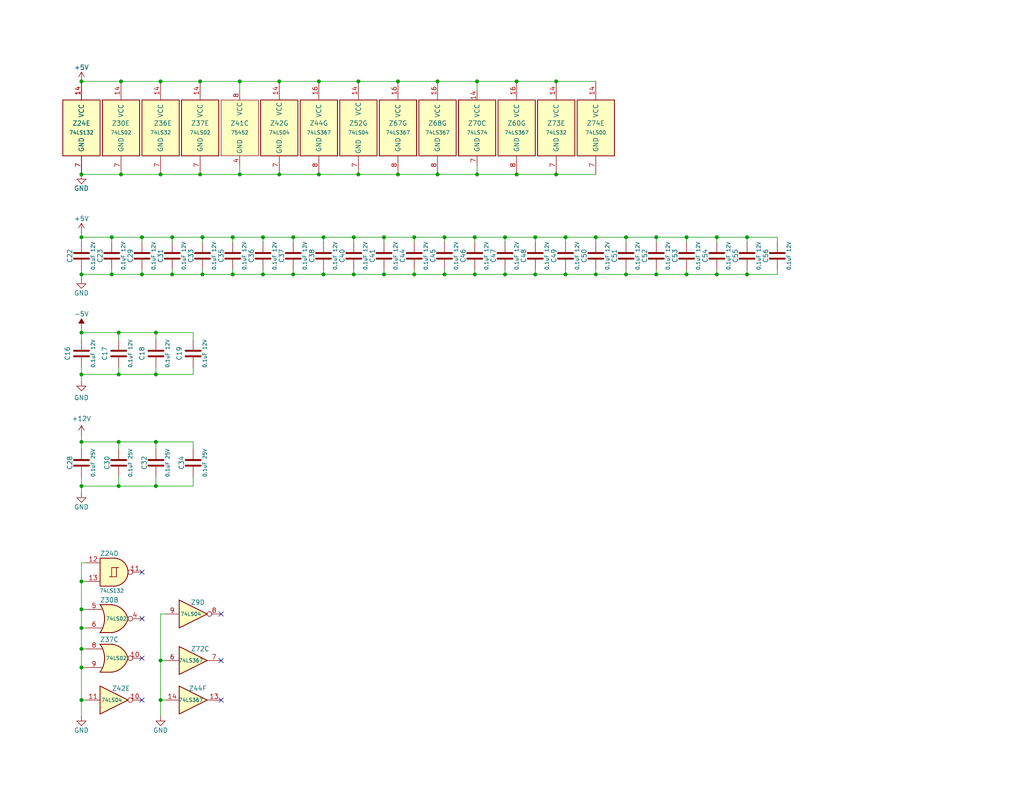
<source format=kicad_sch>
(kicad_sch (version 20231120) (generator "eeschema") (generator_version "8.0")
  (paper "USLetter")
  (title_block (title "TRS-80 Model I Rev D") (date "2024-11-20") (rev "E1A-D") (company "RetroStack - Marcel Erz") (comment 2 "Main Units, Capacitors, and unused units") (comment 4 "Capacitors & Others"))
  (lib_symbols
    (symbol "74xx:74LS00" (pin_names (offset 1.016))
      (property "Reference" "U" (at 0 1.27 0))
      (property "Value" "74LS00" (at 0 -1.27 0))
      (symbol "74LS00_1_1"
        (pin input line (at -7.62 2.54 0) (length 3.81) (name "~") (number "1"))
        (pin input line (at -7.62 -2.54 0) (length 3.81) (name "~") (number "2"))
        (pin output inverted (at 7.62 0 180) (length 3.81) (name "~") (number "3"))
      )
      (symbol "74LS00_1_2"
        (pin input inverted (at -7.62 2.54 0) (length 4.318) (name "~") (number "1"))
        (pin input inverted (at -7.62 -2.54 0) (length 4.318) (name "~") (number "2"))
        (pin output line (at 7.62 0 180) (length 3.81) (name "~") (number "3"))
      )
      (symbol "74LS00_2_1"
        (pin input line (at -7.62 2.54 0) (length 3.81) (name "~") (number "4"))
        (pin input line (at -7.62 -2.54 0) (length 3.81) (name "~") (number "5"))
        (pin output inverted (at 7.62 0 180) (length 3.81) (name "~") (number "6"))
      )
      (symbol "74LS00_2_2"
        (pin input inverted (at -7.62 2.54 0) (length 4.318) (name "~") (number "4"))
        (pin input inverted (at -7.62 -2.54 0) (length 4.318) (name "~") (number "5"))
        (pin output line (at 7.62 0 180) (length 3.81) (name "~") (number "6"))
      )
      (symbol "74LS00_3_1"
        (pin input line (at -7.62 -2.54 0) (length 3.81) (name "~") (number "10"))
        (pin output inverted (at 7.62 0 180) (length 3.81) (name "~") (number "8"))
        (pin input line (at -7.62 2.54 0) (length 3.81) (name "~") (number "9"))
      )
      (symbol "74LS00_3_2"
        (pin input inverted (at -7.62 -2.54 0) (length 4.318) (name "~") (number "10"))
        (pin output line (at 7.62 0 180) (length 3.81) (name "~") (number "8"))
        (pin input inverted (at -7.62 2.54 0) (length 4.318) (name "~") (number "9"))
      )
      (symbol "74LS00_4_1"
        (pin output inverted (at 7.62 0 180) (length 3.81) (name "~") (number "11"))
        (pin input line (at -7.62 2.54 0) (length 3.81) (name "~") (number "12"))
        (pin input line (at -7.62 -2.54 0) (length 3.81) (name "~") (number "13"))
      )
      (symbol "74LS00_4_2"
        (pin output line (at 7.62 0 180) (length 3.81) (name "~") (number "11"))
        (pin input inverted (at -7.62 2.54 0) (length 4.318) (name "~") (number "12"))
        (pin input inverted (at -7.62 -2.54 0) (length 4.318) (name "~") (number "13"))
      )
      (symbol "74LS00_5_0"
        (pin power_in line (at 0 12.7 270) (length 5.08) (name "VCC") (number "14"))
        (pin power_in line (at 0 -12.7 90) (length 5.08) (name "GND") (number "7"))
      )
    )
    (symbol "74xx:74LS02" (pin_names (offset 1.016))
      (property "Reference" "U" (at 0 1.27 0))
      (property "Value" "74LS02" (at 0 -1.27 0))
      (symbol "74LS02_1_1"
        (pin output inverted (at 7.62 0 180) (length 3.81) (name "~") (number "1"))
        (pin input line (at -7.62 2.54 0) (length 4.318) (name "~") (number "2"))
        (pin input line (at -7.62 -2.54 0) (length 4.318) (name "~") (number "3"))
      )
      (symbol "74LS02_1_2"
        (pin output line (at 7.62 0 180) (length 3.81) (name "~") (number "1"))
        (pin input inverted (at -7.62 2.54 0) (length 3.81) (name "~") (number "2"))
        (pin input inverted (at -7.62 -2.54 0) (length 3.81) (name "~") (number "3"))
      )
      (symbol "74LS02_2_1"
        (pin output inverted (at 7.62 0 180) (length 3.81) (name "~") (number "4"))
        (pin input line (at -7.62 2.54 0) (length 4.318) (name "~") (number "5"))
        (pin input line (at -7.62 -2.54 0) (length 4.318) (name "~") (number "6"))
      )
      (symbol "74LS02_2_2"
        (pin output line (at 7.62 0 180) (length 3.81) (name "~") (number "4"))
        (pin input inverted (at -7.62 2.54 0) (length 3.81) (name "~") (number "5"))
        (pin input inverted (at -7.62 -2.54 0) (length 3.81) (name "~") (number "6"))
      )
      (symbol "74LS02_3_1"
        (pin output inverted (at 7.62 0 180) (length 3.81) (name "~") (number "10"))
        (pin input line (at -7.62 2.54 0) (length 4.318) (name "~") (number "8"))
        (pin input line (at -7.62 -2.54 0) (length 4.318) (name "~") (number "9"))
      )
      (symbol "74LS02_3_2"
        (pin output line (at 7.62 0 180) (length 3.81) (name "~") (number "10"))
        (pin input inverted (at -7.62 2.54 0) (length 3.81) (name "~") (number "8"))
        (pin input inverted (at -7.62 -2.54 0) (length 3.81) (name "~") (number "9"))
      )
      (symbol "74LS02_4_1"
        (pin input line (at -7.62 2.54 0) (length 4.318) (name "~") (number "11"))
        (pin input line (at -7.62 -2.54 0) (length 4.318) (name "~") (number "12"))
        (pin output inverted (at 7.62 0 180) (length 3.81) (name "~") (number "13"))
      )
      (symbol "74LS02_4_2"
        (pin input inverted (at -7.62 2.54 0) (length 3.81) (name "~") (number "11"))
        (pin input inverted (at -7.62 -2.54 0) (length 3.81) (name "~") (number "12"))
        (pin output line (at 7.62 0 180) (length 3.81) (name "~") (number "13"))
      )
      (symbol "74LS02_5_0"
        (pin power_in line (at 0 12.7 270) (length 5.08) (name "VCC") (number "14"))
        (pin power_in line (at 0 -12.7 90) (length 5.08) (name "GND") (number "7"))
      )
    )
    (symbol "74xx:74LS04"
      (property "Reference" "U" (at 0 1.27 0))
      (property "Value" "74LS04" (at 0 -1.27 0))
      (symbol "74LS04_1_0"
        (pin input line (at -7.62 0 0) (length 3.81) (name "~") (number "1"))
        (pin output inverted (at 7.62 0 180) (length 3.81) (name "~") (number "2"))
      )
      (symbol "74LS04_2_0"
        (pin input line (at -7.62 0 0) (length 3.81) (name "~") (number "3"))
        (pin output inverted (at 7.62 0 180) (length 3.81) (name "~") (number "4"))
      )
      (symbol "74LS04_3_0"
        (pin input line (at -7.62 0 0) (length 3.81) (name "~") (number "5"))
        (pin output inverted (at 7.62 0 180) (length 3.81) (name "~") (number "6"))
      )
      (symbol "74LS04_4_0"
        (pin output inverted (at 7.62 0 180) (length 3.81) (name "~") (number "8"))
        (pin input line (at -7.62 0 0) (length 3.81) (name "~") (number "9"))
      )
      (symbol "74LS04_5_0"
        (pin output inverted (at 7.62 0 180) (length 3.81) (name "~") (number "10"))
        (pin input line (at -7.62 0 0) (length 3.81) (name "~") (number "11"))
      )
      (symbol "74LS04_6_0"
        (pin output inverted (at 7.62 0 180) (length 3.81) (name "~") (number "12"))
        (pin input line (at -7.62 0 0) (length 3.81) (name "~") (number "13"))
      )
      (symbol "74LS04_7_0"
        (pin power_in line (at 0 12.7 270) (length 5.08) (name "VCC") (number "14"))
        (pin power_in line (at 0 -12.7 90) (length 5.08) (name "GND") (number "7"))
      )
    )
    (symbol "74xx:74LS132" (pin_names (offset 1.016))
      (property "Reference" "U" (at 0 1.27 0))
      (property "Value" "74LS132" (at 0 -1.27 0))
      (symbol "74LS132_1_1"
        (pin input line (at -7.62 2.54 0) (length 3.81) (name "~") (number "1"))
        (pin input line (at -7.62 -2.54 0) (length 3.81) (name "~") (number "2"))
        (pin output inverted (at 7.62 0 180) (length 3.81) (name "~") (number "3"))
      )
      (symbol "74LS132_1_2"
        (pin input inverted (at -7.62 2.54 0) (length 4.318) (name "~") (number "1"))
        (pin input inverted (at -7.62 -2.54 0) (length 4.318) (name "~") (number "2"))
        (pin output line (at 7.62 0 180) (length 3.81) (name "~") (number "3"))
      )
      (symbol "74LS132_2_1"
        (pin input line (at -7.62 2.54 0) (length 3.81) (name "~") (number "4"))
        (pin input line (at -7.62 -2.54 0) (length 3.81) (name "~") (number "5"))
        (pin output inverted (at 7.62 0 180) (length 3.81) (name "~") (number "6"))
      )
      (symbol "74LS132_2_2"
        (pin input inverted (at -7.62 2.54 0) (length 4.318) (name "~") (number "4"))
        (pin input inverted (at -7.62 -2.54 0) (length 4.318) (name "~") (number "5"))
        (pin output line (at 7.62 0 180) (length 3.81) (name "~") (number "6"))
      )
      (symbol "74LS132_3_1"
        (pin input line (at -7.62 -2.54 0) (length 3.81) (name "~") (number "10"))
        (pin output inverted (at 7.62 0 180) (length 3.81) (name "~") (number "8"))
        (pin input line (at -7.62 2.54 0) (length 3.81) (name "~") (number "9"))
      )
      (symbol "74LS132_3_2"
        (pin input inverted (at -7.62 -2.54 0) (length 4.318) (name "~") (number "10"))
        (pin output line (at 7.62 0 180) (length 3.81) (name "~") (number "8"))
        (pin input inverted (at -7.62 2.54 0) (length 4.318) (name "~") (number "9"))
      )
      (symbol "74LS132_4_1"
        (pin output inverted (at 7.62 0 180) (length 3.81) (name "~") (number "11"))
        (pin input line (at -7.62 2.54 0) (length 3.81) (name "~") (number "12"))
        (pin input line (at -7.62 -2.54 0) (length 3.81) (name "~") (number "13"))
      )
      (symbol "74LS132_4_2"
        (pin output line (at 7.62 0 180) (length 3.81) (name "~") (number "11"))
        (pin input inverted (at -7.62 2.54 0) (length 4.318) (name "~") (number "12"))
        (pin input inverted (at -7.62 -2.54 0) (length 4.318) (name "~") (number "13"))
      )
      (symbol "74LS132_5_0"
        (pin power_in line (at 0 12.7 270) (length 5.08) (name "VCC") (number "14"))
        (pin power_in line (at 0 -12.7 90) (length 5.08) (name "GND") (number "7"))
      )
    )
    (symbol "74xx:74LS32" (pin_names (offset 1.016))
      (property "Reference" "U" (at 0 1.27 0))
      (property "Value" "74LS32" (at 0 -1.27 0))
      (symbol "74LS32_1_1"
        (pin input line (at -7.62 2.54 0) (length 4.318) (name "~") (number "1"))
        (pin input line (at -7.62 -2.54 0) (length 4.318) (name "~") (number "2"))
        (pin output line (at 7.62 0 180) (length 3.81) (name "~") (number "3"))
      )
      (symbol "74LS32_1_2"
        (pin input inverted (at -7.62 2.54 0) (length 3.81) (name "~") (number "1"))
        (pin input inverted (at -7.62 -2.54 0) (length 3.81) (name "~") (number "2"))
        (pin output inverted (at 7.62 0 180) (length 3.81) (name "~") (number "3"))
      )
      (symbol "74LS32_2_1"
        (pin input line (at -7.62 2.54 0) (length 4.318) (name "~") (number "4"))
        (pin input line (at -7.62 -2.54 0) (length 4.318) (name "~") (number "5"))
        (pin output line (at 7.62 0 180) (length 3.81) (name "~") (number "6"))
      )
      (symbol "74LS32_2_2"
        (pin input inverted (at -7.62 2.54 0) (length 3.81) (name "~") (number "4"))
        (pin input inverted (at -7.62 -2.54 0) (length 3.81) (name "~") (number "5"))
        (pin output inverted (at 7.62 0 180) (length 3.81) (name "~") (number "6"))
      )
      (symbol "74LS32_3_1"
        (pin input line (at -7.62 -2.54 0) (length 4.318) (name "~") (number "10"))
        (pin output line (at 7.62 0 180) (length 3.81) (name "~") (number "8"))
        (pin input line (at -7.62 2.54 0) (length 4.318) (name "~") (number "9"))
      )
      (symbol "74LS32_3_2"
        (pin input inverted (at -7.62 -2.54 0) (length 3.81) (name "~") (number "10"))
        (pin output inverted (at 7.62 0 180) (length 3.81) (name "~") (number "8"))
        (pin input inverted (at -7.62 2.54 0) (length 3.81) (name "~") (number "9"))
      )
      (symbol "74LS32_4_1"
        (pin output line (at 7.62 0 180) (length 3.81) (name "~") (number "11"))
        (pin input line (at -7.62 2.54 0) (length 4.318) (name "~") (number "12"))
        (pin input line (at -7.62 -2.54 0) (length 4.318) (name "~") (number "13"))
      )
      (symbol "74LS32_4_2"
        (pin output inverted (at 7.62 0 180) (length 3.81) (name "~") (number "11"))
        (pin input inverted (at -7.62 2.54 0) (length 3.81) (name "~") (number "12"))
        (pin input inverted (at -7.62 -2.54 0) (length 3.81) (name "~") (number "13"))
      )
      (symbol "74LS32_5_0"
        (pin power_in line (at 0 12.7 270) (length 5.08) (name "VCC") (number "14"))
        (pin power_in line (at 0 -12.7 90) (length 5.08) (name "GND") (number "7"))
      )
    )
    (symbol "74xx:74LS74" (pin_names (offset 1.016))
      (property "Reference" "U" (at -7.62 8.89 0))
      (property "Value" "74LS74" (at -7.62 -8.89 0))
      (symbol "74LS74_1_0"
        (pin input line (at 0 -7.62 90) (length 2.54) (name "~{R}") (number "1"))
        (pin input line (at -7.62 2.54 0) (length 2.54) (name "D") (number "2"))
        (pin input clock (at -7.62 0 0) (length 2.54) (name "C") (number "3"))
        (pin input line (at 0 7.62 270) (length 2.54) (name "~{S}") (number "4"))
        (pin output line (at 7.62 2.54 180) (length 2.54) (name "Q") (number "5"))
        (pin output line (at 7.62 -2.54 180) (length 2.54) (name "~{Q}") (number "6"))
      )
      (symbol "74LS74_2_0"
        (pin input line (at 0 7.62 270) (length 2.54) (name "~{S}") (number "10"))
        (pin input clock (at -7.62 0 0) (length 2.54) (name "C") (number "11"))
        (pin input line (at -7.62 2.54 0) (length 2.54) (name "D") (number "12"))
        (pin input line (at 0 -7.62 90) (length 2.54) (name "~{R}") (number "13"))
        (pin output line (at 7.62 -2.54 180) (length 2.54) (name "~{Q}") (number "8"))
        (pin output line (at 7.62 2.54 180) (length 2.54) (name "Q") (number "9"))
      )
      (symbol "74LS74_3_0"
        (pin power_in line (at 0 10.16 270) (length 2.54) (name "VCC") (number "14"))
        (pin power_in line (at 0 -10.16 90) (length 2.54) (name "GND") (number "7"))
      )
    )
    (symbol "Device:C" (pin_numbers hide) (pin_names (offset 0.254))
      (property "Reference" "C" (at 0.635 2.54 0))
      (property "Value" "C" (at 0.635 -2.54 0))
      (symbol "C_1_1"
        (pin passive line (at 0 3.81 270) (length 2.794) (name "~") (number "1"))
        (pin passive line (at 0 -3.81 90) (length 2.794) (name "~") (number "2"))
      )
    )
    (symbol "RetroStackLibrary:74LS367_Split" (pin_names (offset 1.016))
      (property "Reference" "U" (at 0 1.27 0))
      (property "Value" "74LS367" (at 0 -1.27 0))
      (symbol "74LS367_Split_1_0"
        (pin input inverted (at 0 6.35 270) (length 4.445) (name "~") (number "1"))
        (pin input line (at -7.62 0 0) (length 3.81) (name "~") (number "2"))
        (pin tri_state line (at 7.62 0 180) (length 3.81) (name "~") (number "3"))
      )
      (symbol "74LS367_Split_2_0"
        (pin input line (at -7.62 0 0) (length 3.81) (name "~") (number "4"))
        (pin tri_state line (at 7.62 0 180) (length 3.81) (name "~") (number "5"))
      )
      (symbol "74LS367_Split_3_0"
        (pin input line (at -7.62 0 0) (length 3.81) (name "~") (number "6"))
        (pin tri_state line (at 7.62 0 180) (length 3.81) (name "~") (number "7"))
      )
      (symbol "74LS367_Split_4_0"
        (pin input line (at -7.62 0 0) (length 3.81) (name "~") (number "10"))
        (pin tri_state line (at 7.62 0 180) (length 3.81) (name "~") (number "9"))
      )
      (symbol "74LS367_Split_5_0"
        (pin tri_state line (at 8.255 -6.35 180) (length 3.81) (name "~") (number "11"))
        (pin input line (at -6.985 -6.35 0) (length 3.81) (name "~") (number "12"))
        (pin input inverted (at 0.635 0 270) (length 4.445) (name "~") (number "15"))
      )
      (symbol "74LS367_Split_6_0"
        (pin tri_state line (at 7.62 0 180) (length 3.81) (name "~") (number "13"))
        (pin input line (at -7.62 0 0) (length 3.81) (name "~") (number "14"))
      )
      (symbol "74LS367_Split_7_0"
        (pin power_in line (at 0 1.905 270) (length 5.08) (name "VCC") (number "16"))
        (pin power_in line (at 0 -23.495 90) (length 5.08) (name "GND") (number "8"))
      )
    )
    (symbol "RetroStackLibrary:75452"
      (property "Reference" "U" (at 0 0 0))
      (property "Value" "75452" (at 0 -2.54 0))
      (symbol "75452_1_1"
        (pin input line (at -9.525 -5.08 0) (length 2.54) (name "1A") (number "1"))
        (pin input line (at -9.525 -7.62 0) (length 2.54) (name "1B") (number "2"))
        (pin passive line (at 5.08 1.27 270) (length 2.54) (name "1Y") (number "3"))
      )
      (symbol "75452_2_1"
        (pin passive line (at 5.08 1.27 270) (length 2.54) (name "2Y") (number "5"))
        (pin input line (at -9.525 -5.08 0) (length 2.54) (name "2A") (number "6"))
        (pin input line (at -9.525 -7.62 0) (length 2.54) (name "2B") (number "7"))
      )
      (symbol "75452_3_1"
        (pin passive line (at -1.905 -19.05 90) (length 2.54) (name "GND") (number "4"))
        (pin passive line (at -1.905 1.27 270) (length 2.54) (name "VCC") (number "8"))
      )
    )
    (symbol "power:+12V" (power) (pin_numbers hide) (pin_names (offset 0) hide)
      (property "Value" "+12V" (at 0 3.556 0))
      (symbol "+12V_1_1"
        (pin power_in line (at 0 0 90) (length 0) (name "~") (number "1"))
      )
    )
    (symbol "power:+5V" (power) (pin_numbers hide) (pin_names (offset 0) hide)
      (property "Value" "+5V" (at 0 3.556 0))
      (symbol "+5V_1_1"
        (pin power_in line (at 0 0 90) (length 0) (name "~") (number "1"))
      )
    )
    (symbol "power:-5V" (power) (pin_numbers hide) (pin_names (offset 0) hide)
      (property "Value" "-5V" (at 0 3.556 0))
      (symbol "-5V_0_0"
        (pin power_in line (at 0 0 90) (length 0) (name "~") (number "1"))
      )
    )
    (symbol "power:GND" (power) (pin_numbers hide) (pin_names (offset 0) hide)
      (property "Value" "GND" (at 0 -3.81 0))
      (symbol "GND_1_1"
        (pin power_in line (at 0 0 270) (length 0) (name "~") (number "1"))
      )
    )
  )
  (junction (at 113.03 64.77))
  (junction (at 151.765 22.225))
  (junction (at 63.5 74.93))
  (junction (at 137.795 74.93))
  (junction (at 43.815 22.225))
  (junction (at 179.07 74.93))
  (junction (at 140.97 47.625))
  (junction (at 63.5 64.77))
  (junction (at 42.545 132.715))
  (junction (at 179.07 64.77))
  (junction (at 46.99 64.77))
  (junction (at 88.265 74.93))
  (junction (at 113.03 74.93))
  (junction (at 129.54 74.93))
  (junction (at 30.48 74.93))
  (junction (at 71.755 64.77))
  (junction (at 22.225 182.245))
  (junction (at 108.585 22.225))
  (junction (at 96.52 74.93))
  (junction (at 146.05 64.77))
  (junction (at 22.225 102.235))
  (junction (at 43.815 180.34))
  (junction (at 108.585 47.625))
  (junction (at 170.815 64.77))
  (junction (at 170.815 74.93))
  (junction (at 43.815 47.625))
  (junction (at 54.61 47.625))
  (junction (at 154.305 74.93))
  (junction (at 195.58 64.77))
  (junction (at 162.56 74.93))
  (junction (at 22.225 171.45))
  (junction (at 86.995 22.225))
  (junction (at 96.52 64.77))
  (junction (at 162.56 64.77))
  (junction (at 22.225 120.65))
  (junction (at 42.545 102.235))
  (junction (at 32.385 90.805))
  (junction (at 151.765 47.625))
  (junction (at 42.545 120.65))
  (junction (at 104.775 74.93))
  (junction (at 76.2 47.625))
  (junction (at 30.48 64.77))
  (junction (at 43.815 191.135))
  (junction (at 46.99 74.93))
  (junction (at 129.54 64.77))
  (junction (at 22.225 177.165))
  (junction (at 97.79 47.625))
  (junction (at 65.405 47.625))
  (junction (at 121.285 64.77))
  (junction (at 32.385 132.715))
  (junction (at 22.225 166.37))
  (junction (at 97.79 22.225))
  (junction (at 130.175 22.225))
  (junction (at 154.305 64.77))
  (junction (at 54.61 22.225))
  (junction (at 22.225 74.93))
  (junction (at 33.02 22.225))
  (junction (at 65.405 22.225))
  (junction (at 38.735 64.77))
  (junction (at 38.735 74.93))
  (junction (at 121.285 74.93))
  (junction (at 187.325 74.93))
  (junction (at 22.225 132.715))
  (junction (at 203.835 74.93))
  (junction (at 55.245 74.93))
  (junction (at 119.38 47.625))
  (junction (at 195.58 74.93))
  (junction (at 33.02 47.625))
  (junction (at 130.175 47.625))
  (junction (at 32.385 102.235))
  (junction (at 42.545 90.805))
  (junction (at 187.325 64.77))
  (junction (at 146.05 74.93))
  (junction (at 76.2 22.225))
  (junction (at 104.775 64.77))
  (junction (at 119.38 22.225))
  (junction (at 22.225 90.805))
  (junction (at 22.225 64.77))
  (junction (at 203.835 64.77))
  (junction (at 71.755 74.93))
  (junction (at 32.385 120.65))
  (junction (at 137.795 64.77))
  (junction (at 22.225 158.75))
  (junction (at 22.225 22.225))
  (junction (at 140.97 22.225))
  (junction (at 80.01 74.93))
  (junction (at 22.225 47.625))
  (junction (at 86.995 47.625))
  (junction (at 88.265 64.77))
  (junction (at 80.01 64.77))
  (junction (at 22.225 191.135))
  (junction (at 55.245 64.77))
  (no_connect (at 38.735 191.135))
  (no_connect (at 38.735 156.21))
  (no_connect (at 60.325 180.34))
  (no_connect (at 60.325 167.64))
  (no_connect (at 38.735 179.705))
  (no_connect (at 60.325 191.135))
  (no_connect (at 38.735 168.91))
  (wire (pts (xy 154.305 74.93) (xy 162.56 74.93)))
  (wire (pts (xy 154.305 64.77) (xy 154.305 66.04)))
  (wire (pts (xy 32.385 92.71) (xy 32.385 90.805)))
  (wire (pts (xy 119.38 47.625) (xy 130.175 47.625)))
  (wire (pts (xy 137.795 74.93) (xy 137.795 73.66)))
  (wire (pts (xy 22.225 76.2) (xy 22.225 74.93)))
  (wire (pts (xy 130.175 24.765) (xy 130.175 22.225)))
  (wire (pts (xy 22.225 120.65) (xy 22.225 122.555)))
  (wire (pts (xy 43.815 180.34) (xy 45.085 180.34)))
  (wire (pts (xy 179.07 74.93) (xy 187.325 74.93)))
  (wire (pts (xy 71.755 74.93) (xy 80.01 74.93)))
  (wire (pts (xy 30.48 74.93) (xy 30.48 73.66)))
  (wire (pts (xy 55.245 64.77) (xy 63.5 64.77)))
  (wire (pts (xy 65.405 22.225) (xy 54.61 22.225)))
  (wire (pts (xy 88.265 64.77) (xy 96.52 64.77)))
  (wire (pts (xy 86.995 47.625) (xy 97.79 47.625)))
  (wire (pts (xy 195.58 74.93) (xy 195.58 73.66)))
  (wire (pts (xy 43.815 47.625) (xy 54.61 47.625)))
  (wire (pts (xy 203.835 64.77) (xy 203.835 66.04)))
  (wire (pts (xy 104.775 74.93) (xy 104.775 73.66)))
  (wire (pts (xy 113.03 64.77) (xy 121.285 64.77)))
  (wire (pts (xy 55.245 74.93) (xy 55.245 73.66)))
  (wire (pts (xy 96.52 64.77) (xy 104.775 64.77)))
  (wire (pts (xy 151.765 22.225) (xy 162.56 22.225)))
  (wire (pts (xy 42.545 120.65) (xy 42.545 122.555)))
  (wire (pts (xy 195.58 64.77) (xy 203.835 64.77)))
  (wire (pts (xy 146.05 74.93) (xy 146.05 73.66)))
  (wire (pts (xy 137.795 74.93) (xy 146.05 74.93)))
  (wire (pts (xy 38.735 74.93) (xy 46.99 74.93)))
  (wire (pts (xy 76.2 22.225) (xy 86.995 22.225)))
  (wire (pts (xy 22.225 118.745) (xy 22.225 120.65)))
  (wire (pts (xy 146.05 64.77) (xy 146.05 66.04)))
  (wire (pts (xy 32.385 120.65) (xy 22.225 120.65)))
  (wire (pts (xy 80.01 64.77) (xy 88.265 64.77)))
  (wire (pts (xy 46.99 64.77) (xy 46.99 66.04)))
  (wire (pts (xy 30.48 74.93) (xy 38.735 74.93)))
  (wire (pts (xy 113.03 64.77) (xy 113.03 66.04)))
  (wire (pts (xy 52.705 130.175) (xy 52.705 132.715)))
  (wire (pts (xy 43.815 22.225) (xy 54.61 22.225)))
  (wire (pts (xy 38.735 74.93) (xy 38.735 73.66)))
  (wire (pts (xy 42.545 100.33) (xy 42.545 102.235)))
  (wire (pts (xy 43.815 191.135) (xy 45.085 191.135)))
  (wire (pts (xy 119.38 22.225) (xy 130.175 22.225)))
  (wire (pts (xy 65.405 24.765) (xy 65.405 22.225)))
  (wire (pts (xy 170.815 74.93) (xy 170.815 73.66)))
  (wire (pts (xy 113.03 74.93) (xy 121.285 74.93)))
  (wire (pts (xy 32.385 130.175) (xy 32.385 132.715)))
  (wire (pts (xy 33.02 47.625) (xy 43.815 47.625)))
  (wire (pts (xy 179.07 64.77) (xy 187.325 64.77)))
  (wire (pts (xy 108.585 47.625) (xy 119.38 47.625)))
  (wire (pts (xy 32.385 102.235) (xy 22.225 102.235)))
  (wire (pts (xy 65.405 22.225) (xy 76.2 22.225)))
  (wire (pts (xy 42.545 92.71) (xy 42.545 90.805)))
  (wire (pts (xy 22.225 158.75) (xy 23.495 158.75)))
  (wire (pts (xy 23.495 191.135) (xy 22.225 191.135)))
  (wire (pts (xy 63.5 74.93) (xy 63.5 73.66)))
  (wire (pts (xy 203.835 64.77) (xy 212.09 64.77)))
  (wire (pts (xy 137.795 64.77) (xy 146.05 64.77)))
  (wire (pts (xy 42.545 102.235) (xy 32.385 102.235)))
  (wire (pts (xy 23.495 153.67) (xy 22.225 153.67)))
  (wire (pts (xy 121.285 74.93) (xy 129.54 74.93)))
  (wire (pts (xy 121.285 64.77) (xy 121.285 66.04)))
  (wire (pts (xy 33.02 22.225) (xy 43.815 22.225)))
  (wire (pts (xy 146.05 74.93) (xy 154.305 74.93)))
  (wire (pts (xy 52.705 132.715) (xy 42.545 132.715)))
  (wire (pts (xy 203.835 74.93) (xy 203.835 73.66)))
  (wire (pts (xy 88.265 74.93) (xy 96.52 74.93)))
  (wire (pts (xy 22.225 177.165) (xy 23.495 177.165)))
  (wire (pts (xy 63.5 64.77) (xy 71.755 64.77)))
  (wire (pts (xy 52.705 92.71) (xy 52.705 90.805)))
  (wire (pts (xy 97.79 47.625) (xy 108.585 47.625)))
  (wire (pts (xy 80.01 74.93) (xy 88.265 74.93)))
  (wire (pts (xy 140.97 22.225) (xy 151.765 22.225)))
  (wire (pts (xy 195.58 74.93) (xy 203.835 74.93)))
  (wire (pts (xy 46.99 74.93) (xy 46.99 73.66)))
  (wire (pts (xy 121.285 74.93) (xy 121.285 73.66)))
  (wire (pts (xy 71.755 74.93) (xy 71.755 73.66)))
  (wire (pts (xy 130.175 22.225) (xy 140.97 22.225)))
  (wire (pts (xy 22.225 63.5) (xy 22.225 64.77)))
  (wire (pts (xy 170.815 64.77) (xy 170.815 66.04)))
  (wire (pts (xy 80.01 64.77) (xy 80.01 66.04)))
  (wire (pts (xy 22.225 191.135) (xy 22.225 195.58)))
  (wire (pts (xy 212.09 64.77) (xy 212.09 66.04)))
  (wire (pts (xy 146.05 64.77) (xy 154.305 64.77)))
  (wire (pts (xy 187.325 74.93) (xy 195.58 74.93)))
  (wire (pts (xy 22.225 90.805) (xy 22.225 92.71)))
  (wire (pts (xy 42.545 132.715) (xy 32.385 132.715)))
  (wire (pts (xy 195.58 64.77) (xy 195.58 66.04)))
  (wire (pts (xy 104.775 74.93) (xy 113.03 74.93)))
  (wire (pts (xy 86.995 22.225) (xy 97.79 22.225)))
  (wire (pts (xy 22.225 64.77) (xy 30.48 64.77)))
  (wire (pts (xy 76.2 47.625) (xy 86.995 47.625)))
  (wire (pts (xy 162.56 74.93) (xy 170.815 74.93)))
  (wire (pts (xy 179.07 64.77) (xy 179.07 66.04)))
  (wire (pts (xy 151.765 47.625) (xy 162.56 47.625)))
  (wire (pts (xy 187.325 74.93) (xy 187.325 73.66)))
  (wire (pts (xy 71.755 64.77) (xy 80.01 64.77)))
  (wire (pts (xy 43.815 167.64) (xy 43.815 180.34)))
  (wire (pts (xy 32.385 132.715) (xy 22.225 132.715)))
  (wire (pts (xy 22.225 177.165) (xy 22.225 182.245)))
  (wire (pts (xy 22.225 22.225) (xy 33.02 22.225)))
  (wire (pts (xy 203.835 74.93) (xy 212.09 74.93)))
  (wire (pts (xy 22.225 64.77) (xy 22.225 66.04)))
  (wire (pts (xy 129.54 64.77) (xy 129.54 66.04)))
  (wire (pts (xy 42.545 90.805) (xy 32.385 90.805)))
  (wire (pts (xy 65.405 45.085) (xy 65.405 47.625)))
  (wire (pts (xy 129.54 74.93) (xy 137.795 74.93)))
  (wire (pts (xy 22.225 74.93) (xy 22.225 73.66)))
  (wire (pts (xy 43.815 180.34) (xy 43.815 191.135)))
  (wire (pts (xy 22.225 102.235) (xy 22.225 104.14)))
  (wire (pts (xy 121.285 64.77) (xy 129.54 64.77)))
  (wire (pts (xy 22.225 182.245) (xy 23.495 182.245)))
  (wire (pts (xy 43.815 191.135) (xy 43.815 195.58)))
  (wire (pts (xy 46.99 74.93) (xy 55.245 74.93)))
  (wire (pts (xy 22.225 153.67) (xy 22.225 158.75)))
  (wire (pts (xy 108.585 22.225) (xy 119.38 22.225)))
  (wire (pts (xy 32.385 90.805) (xy 22.225 90.805)))
  (wire (pts (xy 96.52 64.77) (xy 96.52 66.04)))
  (wire (pts (xy 63.5 74.93) (xy 71.755 74.93)))
  (wire (pts (xy 32.385 120.65) (xy 32.385 122.555)))
  (wire (pts (xy 22.225 166.37) (xy 22.225 171.45)))
  (wire (pts (xy 45.085 167.64) (xy 43.815 167.64)))
  (wire (pts (xy 162.56 64.77) (xy 170.815 64.77)))
  (wire (pts (xy 129.54 64.77) (xy 137.795 64.77)))
  (wire (pts (xy 104.775 64.77) (xy 104.775 66.04)))
  (wire (pts (xy 170.815 74.93) (xy 179.07 74.93)))
  (wire (pts (xy 52.705 120.65) (xy 42.545 120.65)))
  (wire (pts (xy 52.705 122.555) (xy 52.705 120.65)))
  (wire (pts (xy 170.815 64.77) (xy 179.07 64.77)))
  (wire (pts (xy 22.225 74.93) (xy 30.48 74.93)))
  (wire (pts (xy 38.735 64.77) (xy 46.99 64.77)))
  (wire (pts (xy 22.225 89.535) (xy 22.225 90.805)))
  (wire (pts (xy 154.305 64.77) (xy 162.56 64.77)))
  (wire (pts (xy 42.545 120.65) (xy 32.385 120.65)))
  (wire (pts (xy 65.405 47.625) (xy 76.2 47.625)))
  (wire (pts (xy 96.52 74.93) (xy 96.52 73.66)))
  (wire (pts (xy 30.48 64.77) (xy 38.735 64.77)))
  (wire (pts (xy 30.48 64.77) (xy 30.48 66.04)))
  (wire (pts (xy 71.755 64.77) (xy 71.755 66.04)))
  (wire (pts (xy 154.305 74.93) (xy 154.305 73.66)))
  (wire (pts (xy 96.52 74.93) (xy 104.775 74.93)))
  (wire (pts (xy 162.56 64.77) (xy 162.56 66.04)))
  (wire (pts (xy 88.265 74.93) (xy 88.265 73.66)))
  (wire (pts (xy 42.545 130.175) (xy 42.545 132.715)))
  (wire (pts (xy 140.97 47.625) (xy 151.765 47.625)))
  (wire (pts (xy 22.225 166.37) (xy 23.495 166.37)))
  (wire (pts (xy 22.225 100.33) (xy 22.225 102.235)))
  (wire (pts (xy 179.07 74.93) (xy 179.07 73.66)))
  (wire (pts (xy 104.775 64.77) (xy 113.03 64.77)))
  (wire (pts (xy 22.225 132.715) (xy 22.225 134.62)))
  (wire (pts (xy 52.705 102.235) (xy 42.545 102.235)))
  (wire (pts (xy 187.325 64.77) (xy 195.58 64.77)))
  (wire (pts (xy 130.175 45.085) (xy 130.175 47.625)))
  (wire (pts (xy 22.225 47.625) (xy 33.02 47.625)))
  (wire (pts (xy 55.245 74.93) (xy 63.5 74.93)))
  (wire (pts (xy 38.735 64.77) (xy 38.735 66.04)))
  (wire (pts (xy 22.225 158.75) (xy 22.225 166.37)))
  (wire (pts (xy 22.225 171.45) (xy 22.225 177.165)))
  (wire (pts (xy 55.245 64.77) (xy 55.245 66.04)))
  (wire (pts (xy 22.225 130.175) (xy 22.225 132.715)))
  (wire (pts (xy 88.265 64.77) (xy 88.265 66.04)))
  (wire (pts (xy 46.99 64.77) (xy 55.245 64.77)))
  (wire (pts (xy 162.56 74.93) (xy 162.56 73.66)))
  (wire (pts (xy 130.175 47.625) (xy 140.97 47.625)))
  (wire (pts (xy 137.795 64.77) (xy 137.795 66.04)))
  (wire (pts (xy 63.5 64.77) (xy 63.5 66.04)))
  (wire (pts (xy 129.54 74.93) (xy 129.54 73.66)))
  (wire (pts (xy 212.09 74.93) (xy 212.09 73.66)))
  (wire (pts (xy 52.705 100.33) (xy 52.705 102.235)))
  (wire (pts (xy 113.03 74.93) (xy 113.03 73.66)))
  (wire (pts (xy 22.225 182.245) (xy 22.225 191.135)))
  (wire (pts (xy 97.79 22.225) (xy 108.585 22.225)))
  (wire (pts (xy 187.325 64.77) (xy 187.325 66.04)))
  (wire (pts (xy 52.705 90.805) (xy 42.545 90.805)))
  (wire (pts (xy 65.405 47.625) (xy 54.61 47.625)))
  (wire (pts (xy 22.225 171.45) (xy 23.495 171.45)))
  (wire (pts (xy 80.01 74.93) (xy 80.01 73.66)))
  (wire (pts (xy 32.385 100.33) (xy 32.385 102.235)))
  (symbol (lib_id "Device:C") (at 104.775 69.85 0) (unit 1)
    (property "Reference" "C41" (at 101.6 69.85 90))
    (property "Value" "0.1uF 12V" (at 107.95 69.85 90) (effects (font (size 1 1))))
    (property "Footprint" "RetroStackLibrary:TRS80_Model_I_C_Disc_9.5L_4W_6P_Small" (effects (hide yes)))
  )
  (symbol (lib_id "74xx:74LS04") (at 52.705 167.64 0) (unit 4)
    (property "Reference" "Z9" (at 53.975 164.465 0))
    (property "Value" "74LS04" (at 52.07 167.64 0) (effects (font (size 1 1))))
    (property "Footprint" "RetroStackLibrary:TRS80_Model_I_DIP14" (effects (hide yes)))
    (property "Datasheet" "http://www.ti.com/lit/gpn/sn74LS04" (effects (hide yes)))
    (instances (project "Replica" (path "" (reference "Z9") (unit 4))) (project "TRS80_Model_I_G_E1" (path "" (reference "Z52") (unit 4))))
  )
  (symbol (lib_id "74xx:74LS02") (at 54.61 34.925 0) (unit 5)
    (property "Reference" "Z37" (at 54.61 33.655 0))
    (property "Value" "74LS02" (at 54.61 36.195 0) (effects (font (size 1 1))))
    (property "Footprint" "RetroStackLibrary:TRS80_Model_I_DIP14" (effects (hide yes)))
    (property "Datasheet" "http://www.ti.com/lit/gpn/sn74ls02" (effects (hide yes)))
  )
  (symbol (lib_id "74xx:74LS04") (at 97.79 34.925 0) (unit 7)
    (property "Reference" "Z52" (at 97.79 33.655 0))
    (property "Value" "74LS04" (at 97.79 36.195 0) (effects (font (size 1 1))))
    (property "Footprint" "RetroStackLibrary:TRS80_Model_I_DIP14" (effects (hide yes)))
    (property "Datasheet" "http://www.ti.com/lit/gpn/sn74LS04" (effects (hide yes)))
  )
  (symbol (lib_id "74xx:74LS00") (at 162.56 34.925 0) (unit 5)
    (property "Reference" "Z74" (at 162.56 33.655 0))
    (property "Value" "74LS00" (at 162.56 36.195 0) (effects (font (size 1 1))))
    (property "Footprint" "RetroStackLibrary:TRS80_Model_I_DIP14" (effects (hide yes)))
    (property "Datasheet" "http://www.ti.com/lit/gpn/sn74ls00" (effects (hide yes)))
  )
  (symbol (lib_id "74xx:74LS04") (at 31.115 191.135 0) (unit 5)
    (property "Reference" "Z42" (at 33.02 187.96 0))
    (property "Value" "74LS04" (at 30.48 191.135 0) (effects (font (size 1 1))))
    (property "Footprint" "RetroStackLibrary:TRS80_Model_I_DIP14" (effects (hide yes)))
    (property "Datasheet" "http://www.ti.com/lit/gpn/sn74LS04" (effects (hide yes)))
  )
  (symbol (lib_id "74xx:74LS02") (at 33.02 34.925 0) (unit 5)
    (property "Reference" "Z30" (at 30.48 33.655 0) (effects (justify left)))
    (property "Value" "74LS02" (at 33.02 36.195 0) (effects (font (size 1 1))))
    (property "Footprint" "RetroStackLibrary:TRS80_Model_I_DIP14" (effects (hide yes)))
    (property "Datasheet" "http://www.ti.com/lit/gpn/sn74ls02" (effects (hide yes)))
  )
  (symbol (lib_id "Device:C") (at 187.325 69.85 0) (unit 1)
    (property "Reference" "C53" (at 184.15 69.85 90))
    (property "Value" "0.1uF 12V" (at 190.5 69.85 90) (effects (font (size 1 1))))
    (property "Footprint" "RetroStackLibrary:TRS80_Model_I_C_Disc_9.5L_4W_6P_Small" (effects (hide yes)))
  )
  (symbol (lib_id "Device:C") (at 52.705 96.52 0) (unit 1)
    (property "Reference" "C19" (at 48.895 96.52 90))
    (property "Value" "0.1uF 12V" (at 55.88 96.52 90) (effects (font (size 1 1))))
    (property "Footprint" "RetroStackLibrary:TRS80_Model_I_C_Disc_9.5L_4W_6P_Small" (effects (hide yes)))
  )
  (symbol (lib_id "power:GND") (at 22.225 47.625 0) (unit 1)
    (property "Reference" "#PWR038" (effects (hide yes)))
    (property "Value" "GND" (at 22.225 51.435 0))
    (property "Description" "Power symbol creates a global label with name \"GND\" , ground" (effects (hide yes)))
  )
  (symbol (lib_id "RetroStackLibrary:74LS367_Split") (at 119.38 24.13 0) (unit 7)
    (property "Reference" "Z68" (at 119.38 33.655 0))
    (property "Value" "74LS367" (at 119.38 36.195 0) (effects (font (size 1 1))))
    (property "Footprint" "RetroStackLibrary:TRS80_Model_I_DIP16" (effects (hide yes)))
    (property "Datasheet" "https://www.ti.com/lit/ds/symlink/sn74ls367a.pdf" (effects (hide yes)))
  )
  (symbol (lib_id "RetroStackLibrary:74LS367_Split") (at 108.585 24.13 0) (unit 7)
    (property "Reference" "Z67" (at 108.585 33.655 0))
    (property "Value" "74LS367" (at 108.585 36.195 0) (effects (font (size 1 1))))
    (property "Footprint" "RetroStackLibrary:TRS80_Model_I_DIP16" (effects (hide yes)))
    (property "Datasheet" "https://www.ti.com/lit/ds/symlink/sn74ls367a.pdf" (effects (hide yes)))
  )
  (symbol (lib_id "74xx:74LS132") (at 22.225 34.925 0) (unit 5)
    (property "Reference" "Z24" (at 22.225 33.655 0))
    (property "Value" "74LS132" (at 22.225 36.195 0) (effects (font (size 1 1))))
    (property "Footprint" "RetroStackLibrary:TRS80_Model_I_DIP14" (effects (hide yes)))
    (property "Datasheet" "http://www.ti.com/lit/gpn/sn74LS132" (effects (hide yes)))
  )
  (symbol (lib_id "RetroStackLibrary:74LS367_Split") (at 86.995 24.13 0) (unit 7)
    (property "Reference" "Z44" (at 86.995 33.655 0))
    (property "Value" "74LS367" (at 86.995 36.195 0) (effects (font (size 1 1))))
    (property "Footprint" "RetroStackLibrary:TRS80_Model_I_DIP16" (effects (hide yes)))
    (property "Datasheet" "https://www.ti.com/lit/ds/symlink/sn74ls367a.pdf" (effects (hide yes)))
  )
  (symbol (lib_id "Device:C") (at 38.735 69.85 0) (unit 1)
    (property "Reference" "C29" (at 35.56 69.85 90))
    (property "Value" "0.1uF 12V" (at 41.91 69.85 90) (effects (font (size 1 1))))
    (property "Footprint" "RetroStackLibrary:TRS80_Model_I_C_Disc_9.5L_4W_6P_Small" (effects (hide yes)))
  )
  (symbol (lib_id "Device:C") (at 32.385 96.52 0) (unit 1)
    (property "Reference" "C17" (at 28.575 96.52 90))
    (property "Value" "0.1uF 12V" (at 35.56 96.52 90) (effects (font (size 1 1))))
    (property "Footprint" "RetroStackLibrary:TRS80_Model_I_C_Disc_9.5L_4W_6P_Small" (effects (hide yes)))
  )
  (symbol (lib_id "Device:C") (at 22.225 126.365 0) (unit 1)
    (property "Reference" "C28" (at 19.05 126.365 90))
    (property "Value" "0.1uF 25V" (at 25.4 126.365 90) (effects (font (size 1 1))))
    (property "Footprint" "RetroStackLibrary:TRS80_Model_I_C_Disc_18.5L_4W_8.5P_Large" (effects (hide yes)))
  )
  (symbol (lib_id "Device:C") (at 88.265 69.85 0) (unit 1)
    (property "Reference" "C38" (at 85.09 69.85 90))
    (property "Value" "0.1uF 12V" (at 91.44 69.85 90) (effects (font (size 1 1))))
    (property "Footprint" "RetroStackLibrary:TRS80_Model_I_C_Disc_9.5L_4W_6P_Small" (effects (hide yes)))
  )
  (symbol (lib_id "Device:C") (at 22.225 96.52 0) (unit 1)
    (property "Reference" "C16" (at 18.415 96.52 90))
    (property "Value" "0.1uF 12V" (at 25.4 96.52 90) (effects (font (size 1 1))))
    (property "Footprint" "RetroStackLibrary:TRS80_Model_I_C_Disc_9.5L_4W_6P_Small" (effects (hide yes)))
  )
  (symbol (lib_id "Device:C") (at 80.01 69.85 0) (unit 1)
    (property "Reference" "C37" (at 76.835 69.85 90))
    (property "Value" "0.1uF 12V" (at 83.185 69.85 90) (effects (font (size 1 1))))
    (property "Footprint" "RetroStackLibrary:TRS80_Model_I_C_Disc_9.5L_4W_6P_Small" (effects (hide yes)))
  )
  (symbol (lib_id "74xx:74LS02") (at 31.115 179.705 0) (unit 3)
    (property "Reference" "Z37" (at 29.845 174.625 0))
    (property "Value" "74LS02" (at 31.75 179.705 0) (effects (font (size 1 1))))
    (property "Footprint" "RetroStackLibrary:TRS80_Model_I_DIP14" (effects (hide yes)))
    (property "Datasheet" "http://www.ti.com/lit/gpn/sn74ls02" (effects (hide yes)))
  )
  (symbol (lib_id "Device:C") (at 113.03 69.85 0) (unit 1)
    (property "Reference" "C44" (at 109.855 69.85 90))
    (property "Value" "0.1uF 12V" (at 116.205 69.85 90) (effects (font (size 1 1))))
    (property "Footprint" "RetroStackLibrary:TRS80_Model_I_C_Disc_9.5L_4W_6P_Small" (effects (hide yes)))
  )
  (symbol (lib_id "Device:C") (at 63.5 69.85 0) (unit 1)
    (property "Reference" "C35" (at 60.325 69.85 90))
    (property "Value" "0.1uF 12V" (at 66.675 69.85 90) (effects (font (size 1 1))))
    (property "Footprint" "RetroStackLibrary:TRS80_Model_I_C_Disc_9.5L_4W_6P_Small" (effects (hide yes)))
  )
  (symbol (lib_id "power:+12V") (at 22.225 118.745 0) (unit 1)
    (property "Reference" "#PWR044" (effects (hide yes)))
    (property "Value" "+12V" (at 22.225 114.3 0))
    (property "Description" "Power symbol creates a global label with name \"+12V\"" (effects (hide yes)))
  )
  (symbol (lib_id "Device:C") (at 52.705 126.365 0) (unit 1)
    (property "Reference" "C34" (at 49.53 126.365 90))
    (property "Value" "0.1uF 25V" (at 55.88 126.365 90) (effects (font (size 1 1))))
    (property "Footprint" "RetroStackLibrary:TRS80_Model_I_C_Disc_18.5L_4W_8.5P_Large" (effects (hide yes)))
  )
  (symbol (lib_id "74xx:74LS74") (at 130.175 34.925 0) (unit 3)
    (property "Reference" "Z70" (at 127.635 33.655 0) (effects (justify left)))
    (property "Value" "74LS74" (at 130.175 36.195 0) (effects (font (size 1 1))))
    (property "Footprint" "RetroStackLibrary:TRS80_Model_I_DIP14" (effects (hide yes)))
    (property "Datasheet" "74xx/74hc_hct74.pdf" (effects (hide yes)))
  )
  (symbol (lib_id "Device:C") (at 129.54 69.85 0) (unit 1)
    (property "Reference" "C46" (at 126.365 69.85 90))
    (property "Value" "0.1uF 12V" (at 132.715 69.85 90) (effects (font (size 1 1))))
    (property "Footprint" "RetroStackLibrary:TRS80_Model_I_C_Disc_9.5L_4W_6P_Small" (effects (hide yes)))
  )
  (symbol (lib_id "Device:C") (at 146.05 69.85 0) (unit 1)
    (property "Reference" "C48" (at 142.875 69.85 90))
    (property "Value" "0.1uF 12V" (at 149.225 69.85 90) (effects (font (size 1 1))))
    (property "Footprint" "RetroStackLibrary:TRS80_Model_I_C_Disc_9.5L_4W_6P_Small" (effects (hide yes)))
  )
  (symbol (lib_id "Device:C") (at 32.385 126.365 0) (unit 1)
    (property "Reference" "C30" (at 29.21 126.365 90))
    (property "Value" "0.1uF 25V" (at 35.56 126.365 90) (effects (font (size 1 1))))
    (property "Footprint" "RetroStackLibrary:TRS80_Model_I_C_Disc_18.5L_4W_8.5P_Large" (effects (hide yes)))
  )
  (symbol (lib_id "Device:C") (at 30.48 69.85 0) (unit 1)
    (property "Reference" "C23" (at 27.305 69.85 90))
    (property "Value" "0.1uF 12V" (at 33.655 69.85 90) (effects (font (size 1 1))))
    (property "Footprint" "RetroStackLibrary:TRS80_Model_I_C_Disc_9.5L_4W_6P_Small" (effects (hide yes)))
  )
  (symbol (lib_id "power:GND") (at 22.225 195.58 0) (unit 1)
    (property "Reference" "#PWR036" (effects (hide yes)))
    (property "Value" "GND" (at 22.225 199.39 0))
    (property "Description" "Power symbol creates a global label with name \"GND\" , ground" (effects (hide yes)))
  )
  (symbol (lib_id "Device:C") (at 179.07 69.85 0) (unit 1)
    (property "Reference" "C52" (at 175.895 69.85 90))
    (property "Value" "0.1uF 12V" (at 182.245 69.85 90) (effects (font (size 1 1))))
    (property "Footprint" "RetroStackLibrary:TRS80_Model_I_C_Disc_9.5L_4W_6P_Small" (effects (hide yes)))
  )
  (symbol (lib_id "Device:C") (at 71.755 69.85 0) (unit 1)
    (property "Reference" "C36" (at 68.58 69.85 90))
    (property "Value" "0.1uF 12V" (at 74.93 69.85 90) (effects (font (size 1 1))))
    (property "Footprint" "RetroStackLibrary:TRS80_Model_I_C_Disc_9.5L_4W_6P_Small" (effects (hide yes)))
  )
  (symbol (lib_id "Device:C") (at 195.58 69.85 0) (unit 1)
    (property "Reference" "C54" (at 192.405 69.85 90))
    (property "Value" "0.1uF 12V" (at 198.755 69.85 90) (effects (font (size 1 1))))
    (property "Footprint" "RetroStackLibrary:TRS80_Model_I_C_Disc_9.5L_4W_6P_Small" (effects (hide yes)))
  )
  (symbol (lib_id "74xx:74LS32") (at 151.765 34.925 0) (unit 5)
    (property "Reference" "Z73" (at 151.765 33.655 0))
    (property "Value" "74LS32" (at 151.765 36.195 0) (effects (font (size 1 1))))
    (property "Footprint" "RetroStackLibrary:TRS80_Model_I_DIP14" (effects (hide yes)))
    (property "Datasheet" "http://www.ti.com/lit/gpn/sn74LS32" (effects (hide yes)))
  )
  (symbol (lib_id "Device:C") (at 203.835 69.85 0) (unit 1)
    (property "Reference" "C55" (at 200.66 69.85 90))
    (property "Value" "0.1uF 12V" (at 207.01 69.85 90) (effects (font (size 1 1))))
    (property "Footprint" "RetroStackLibrary:TRS80_Model_I_C_Disc_9.5L_4W_6P_Small" (effects (hide yes)))
  )
  (symbol (lib_id "power:+5V") (at 22.225 63.5 0) (unit 1)
    (property "Reference" "#PWR0123" (effects (hide yes)))
    (property "Value" "+5V" (at 22.225 59.69 0))
    (property "Description" "Power symbol creates a global label with name \"+5V\"" (effects (hide yes)))
  )
  (symbol (lib_id "RetroStackLibrary:75452") (at 67.31 26.035 0) (unit 3)
    (property "Reference" "Z41" (at 65.405 33.655 0))
    (property "Value" "75452" (at 65.405 36.195 0) (effects (font (size 1 1))))
    (property "Footprint" "RetroStackLibrary:TRS80_Model_I_DIP8" (effects (hide yes)))
    (property "Datasheet" "https://www.ti.com/lit/ds/symlink/sn75452b.pdf" (effects (hide yes)))
  )
  (symbol (lib_id "74xx:74LS32") (at 43.815 34.925 0) (unit 5)
    (property "Reference" "Z36" (at 44.45 33.655 0))
    (property "Value" "74LS32" (at 43.815 36.195 0) (effects (font (size 1 1))))
    (property "Footprint" "RetroStackLibrary:TRS80_Model_I_DIP14" (effects (hide yes)))
    (property "Datasheet" "http://www.ti.com/lit/gpn/sn74LS32" (effects (hide yes)))
  )
  (symbol (lib_id "Device:C") (at 22.225 69.85 0) (unit 1)
    (property "Reference" "C22" (at 19.05 69.85 90))
    (property "Value" "0.1uF 12V" (at 25.4 69.85 90) (effects (font (size 1 1))))
    (property "Footprint" "RetroStackLibrary:TRS80_Model_I_C_Disc_9.5L_4W_6P_Small" (effects (hide yes)))
  )
  (symbol (lib_id "74xx:74LS132") (at 31.115 156.21 0) (unit 4)
    (property "Reference" "Z24" (at 29.845 151.13 0))
    (property "Value" "74LS132" (at 30.48 161.29 0) (effects (font (size 1 1))))
    (property "Footprint" "RetroStackLibrary:TRS80_Model_I_DIP14" (effects (hide yes)))
    (property "Datasheet" "http://www.ti.com/lit/gpn/sn74LS132" (effects (hide yes)))
    (instances (project "Replica" (path "" (reference "Z24") (unit 4))) (project "TRS80_Model_I_G_E1" (path "" (reference "Z24") (unit 2))))
  )
  (symbol (lib_id "power:-5V") (at 22.225 89.535 0) (unit 1)
    (property "Reference" "#PWR041" (effects (hide yes)))
    (property "Value" "-5V" (at 22.225 85.725 0))
    (property "Description" "Power symbol creates a global label with name \"-5V\"" (effects (hide yes)))
  )
  (symbol (lib_id "Device:C") (at 137.795 69.85 0) (unit 1)
    (property "Reference" "C47" (at 134.62 69.85 90))
    (property "Value" "0.1uF 12V" (at 140.97 69.85 90) (effects (font (size 1 1))))
    (property "Footprint" "RetroStackLibrary:TRS80_Model_I_C_Disc_9.5L_4W_6P_Small" (effects (hide yes)))
  )
  (symbol (lib_id "Device:C") (at 170.815 69.85 0) (unit 1)
    (property "Reference" "C51" (at 167.64 69.85 90))
    (property "Value" "0.1uF 12V" (at 173.99 69.85 90) (effects (font (size 1 1))))
    (property "Footprint" "RetroStackLibrary:TRS80_Model_I_C_Disc_9.5L_4W_6P_Small" (effects (hide yes)))
  )
  (symbol (lib_id "Device:C") (at 121.285 69.85 0) (unit 1)
    (property "Reference" "C45" (at 118.11 69.85 90))
    (property "Value" "0.1uF 12V" (at 124.46 69.85 90) (effects (font (size 1 1))))
    (property "Footprint" "RetroStackLibrary:TRS80_Model_I_C_Disc_9.5L_4W_6P_Small" (effects (hide yes)))
  )
  (symbol (lib_id "Device:C") (at 96.52 69.85 0) (unit 1)
    (property "Reference" "C40" (at 93.345 69.85 90))
    (property "Value" "0.1uF 12V" (at 99.695 69.85 90) (effects (font (size 1 1))))
    (property "Footprint" "RetroStackLibrary:TRS80_Model_I_C_Disc_9.5L_4W_6P_Small" (effects (hide yes)))
  )
  (symbol (lib_id "Device:C") (at 42.545 96.52 0) (unit 1)
    (property "Reference" "C18" (at 38.735 96.52 90))
    (property "Value" "0.1uF 12V" (at 45.72 96.52 90) (effects (font (size 1 1))))
    (property "Footprint" "RetroStackLibrary:TRS80_Model_I_C_Disc_9.5L_4W_6P_Small" (effects (hide yes)))
  )
  (symbol (lib_id "power:GND") (at 43.815 195.58 0) (unit 1)
    (property "Reference" "#PWR0126" (effects (hide yes)))
    (property "Value" "GND" (at 43.815 199.39 0))
    (property "Description" "Power symbol creates a global label with name \"GND\" , ground" (effects (hide yes)))
  )
  (symbol (lib_id "Device:C") (at 212.09 69.85 0) (unit 1)
    (property "Reference" "C56" (at 208.915 69.85 90))
    (property "Value" "0.1uF 12V" (at 215.265 69.85 90) (effects (font (size 1 1))))
    (property "Footprint" "RetroStackLibrary:TRS80_Model_I_C_Disc_9.5L_4W_6P_Small" (effects (hide yes)))
  )
  (symbol (lib_id "RetroStackLibrary:74LS367_Split") (at 52.705 191.135 0) (unit 6)
    (property "Reference" "Z44" (at 53.975 187.96 0))
    (property "Value" "74LS367" (at 52.07 191.135 0) (effects (font (size 1 1))))
    (property "Footprint" "RetroStackLibrary:TRS80_Model_I_DIP16" (effects (hide yes)))
    (property "Datasheet" "https://www.ti.com/lit/ds/symlink/sn74ls367a.pdf" (effects (hide yes)))
    (instances (project "Replica" (path "" (reference "Z44") (unit 6))) (project "TRS80_Model_I_G_E1" (path "" (reference "Z72") (unit 6))))
  )
  (symbol (lib_id "74xx:74LS02") (at 31.115 168.91 0) (unit 2)
    (property "Reference" "Z30" (at 29.845 163.83 0))
    (property "Value" "74LS02" (at 31.75 168.91 0) (effects (font (size 1 1))))
    (property "Footprint" "RetroStackLibrary:TRS80_Model_I_DIP14" (effects (hide yes)))
    (property "Datasheet" "http://www.ti.com/lit/gpn/sn74ls02" (effects (hide yes)))
  )
  (symbol (lib_id "74xx:74LS04") (at 76.2 34.925 0) (unit 7)
    (property "Reference" "Z42" (at 76.2 33.655 0))
    (property "Value" "74LS04" (at 76.2 36.195 0) (effects (font (size 1 1))))
    (property "Footprint" "RetroStackLibrary:TRS80_Model_I_DIP14" (effects (hide yes)))
    (property "Datasheet" "http://www.ti.com/lit/gpn/sn74LS04" (effects (hide yes)))
  )
  (symbol (lib_id "Device:C") (at 46.99 69.85 0) (unit 1)
    (property "Reference" "C31" (at 43.815 69.85 90))
    (property "Value" "0.1uF 12V" (at 50.165 69.85 90) (effects (font (size 1 1))))
    (property "Footprint" "RetroStackLibrary:TRS80_Model_I_C_Disc_9.5L_4W_6P_Small" (effects (hide yes)))
  )
  (symbol (lib_id "power:GND") (at 22.225 104.14 0) (unit 1)
    (property "Reference" "#PWR01" (effects (hide yes)))
    (property "Value" "GND" (at 22.225 108.5834 0))
    (property "Description" "Power symbol creates a global label with name \"GND\" , ground" (effects (hide yes)))
    (instances (project "Power" (path "" (reference "#PWR01") (unit 1))) (project "TRS80_Model_I_G_E1" (path "" (reference "#PWR042") (unit 1))))
  )
  (symbol (lib_id "Device:C") (at 42.545 126.365 0) (unit 1)
    (property "Reference" "C32" (at 39.37 126.365 90))
    (property "Value" "0.1uF 25V" (at 45.72 126.365 90) (effects (font (size 1 1))))
    (property "Footprint" "RetroStackLibrary:TRS80_Model_I_C_Disc_18.5L_4W_8.5P_Large" (effects (hide yes)))
  )
  (symbol (lib_id "power:+5V") (at 22.225 22.225 0) (unit 1)
    (property "Reference" "#PWR037" (effects (hide yes)))
    (property "Value" "+5V" (at 22.225 18.415 0))
    (property "Description" "Power symbol creates a global label with name \"+5V\"" (effects (hide yes)))
  )
  (symbol (lib_id "RetroStackLibrary:74LS367_Split") (at 140.97 24.13 0) (unit 7)
    (property "Reference" "Z60" (at 140.97 33.655 0))
    (property "Value" "74LS367" (at 140.97 36.195 0) (effects (font (size 1 1))))
    (property "Footprint" "RetroStackLibrary:TRS80_Model_I_DIP16" (effects (hide yes)))
    (property "Datasheet" "https://www.ti.com/lit/ds/symlink/sn74ls367a.pdf" (effects (hide yes)))
    (instances (project "Replica" (path "" (reference "Z60") (unit 7))) (project "TRS80_Model_I_G_E1" (path "" (reference "Z72") (unit 7))))
  )
  (symbol (lib_id "power:GND") (at 22.225 76.2 0) (unit 1)
    (property "Reference" "#PWR0124" (effects (hide yes)))
    (property "Value" "GND" (at 22.225 80.01 0))
    (property "Description" "Power symbol creates a global label with name \"GND\" , ground" (effects (hide yes)))
  )
  (symbol (lib_id "RetroStackLibrary:74LS367_Split") (at 52.705 180.34 0) (unit 3)
    (property "Reference" "Z72" (at 54.61 177.165 0))
    (property "Value" "74LS367" (at 52.07 180.34 0) (effects (font (size 1 1))))
    (property "Footprint" "RetroStackLibrary:TRS80_Model_I_DIP16" (effects (hide yes)))
    (property "Datasheet" "https://www.ti.com/lit/ds/symlink/sn74ls367a.pdf" (effects (hide yes)))
  )
  (symbol (lib_id "Device:C") (at 154.305 69.85 0) (unit 1)
    (property "Reference" "C49" (at 151.13 69.85 90))
    (property "Value" "0.1uF 12V" (at 157.48 69.85 90) (effects (font (size 1 1))))
    (property "Footprint" "RetroStackLibrary:TRS80_Model_I_C_Disc_9.5L_4W_6P_Small" (effects (hide yes)))
  )
  (symbol (lib_id "power:GND") (at 22.225 134.62 0) (unit 1)
    (property "Reference" "#PWR01" (effects (hide yes)))
    (property "Value" "GND" (at 22.225 138.43 0))
    (property "Description" "Power symbol creates a global label with name \"GND\" , ground" (effects (hide yes)))
    (instances (project "Power" (path "" (reference "#PWR01") (unit 1))) (project "TRS80_Model_I_G_E1" (path "" (reference "#PWR045") (unit 1))))
  )
  (symbol (lib_id "Device:C") (at 55.245 69.85 0) (unit 1)
    (property "Reference" "C33" (at 52.07 69.85 90))
    (property "Value" "0.1uF 12V" (at 58.42 69.85 90) (effects (font (size 1 1))))
    (property "Footprint" "RetroStackLibrary:TRS80_Model_I_C_Disc_9.5L_4W_6P_Small" (effects (hide yes)))
  )
  (symbol (lib_id "Device:C") (at 162.56 69.85 0) (unit 1)
    (property "Reference" "C50" (at 159.385 69.85 90))
    (property "Value" "0.1uF 12V" (at 165.735 69.85 90) (effects (font (size 1 1))))
    (property "Footprint" "RetroStackLibrary:TRS80_Model_I_C_Disc_9.5L_4W_6P_Small" (effects (hide yes)))
  )
)
</source>
